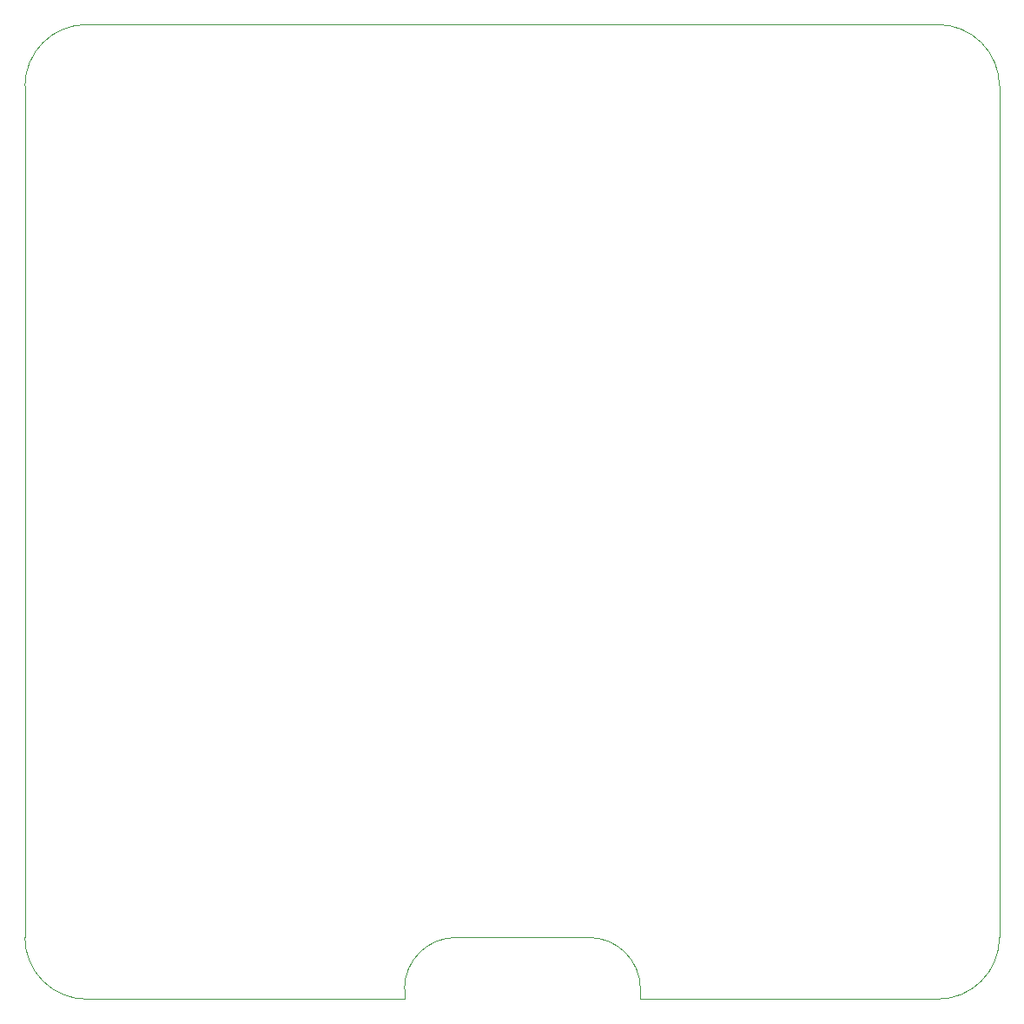
<source format=gm1>
G04 #@! TF.GenerationSoftware,KiCad,Pcbnew,(6.0.1)*
G04 #@! TF.CreationDate,2022-05-30T09:03:46-04:00*
G04 #@! TF.ProjectId,RETRO-65C816,52455452-4f2d-4363-9543-3831362e6b69,3*
G04 #@! TF.SameCoordinates,Original*
G04 #@! TF.FileFunction,Profile,NP*
%FSLAX46Y46*%
G04 Gerber Fmt 4.6, Leading zero omitted, Abs format (unit mm)*
G04 Created by KiCad (PCBNEW (6.0.1)) date 2022-05-30 09:03:46*
%MOMM*%
%LPD*%
G01*
G04 APERTURE LIST*
G04 #@! TA.AperFunction,Profile*
%ADD10C,0.100000*%
G04 #@! TD*
G04 APERTURE END LIST*
D10*
X52000000Y-99000000D02*
G75*
G03*
X47000000Y-104000000I0J-5000000D01*
G01*
X16000000Y-10000000D02*
X99000000Y-10000000D01*
X99000000Y-105000000D02*
X70000000Y-105000000D01*
X70000000Y-104000000D02*
X70000000Y-105000000D01*
X105000000Y-16000000D02*
G75*
G03*
X99000000Y-10000000I-5999999J1D01*
G01*
X16000000Y-10000000D02*
G75*
G03*
X10000000Y-16000000I-1J-5999999D01*
G01*
X16000000Y-105000000D02*
X47000000Y-105000000D01*
X70000000Y-104000000D02*
G75*
G03*
X65000000Y-99000000I-5000000J0D01*
G01*
X10000000Y-16000000D02*
X10000000Y-65000000D01*
X65000000Y-99000000D02*
X52000000Y-99000000D01*
X10000000Y-99000000D02*
G75*
G03*
X16000000Y-105000000I5999999J-1D01*
G01*
X99000000Y-105000000D02*
G75*
G03*
X105000000Y-99000000I1J5999999D01*
G01*
X10000000Y-65000000D02*
X10000000Y-99000000D01*
X105000000Y-16000000D02*
X105000000Y-99000000D01*
X47000000Y-104000000D02*
X47000000Y-105000000D01*
M02*

</source>
